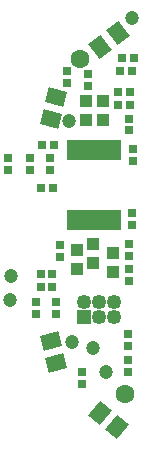
<source format=gts>
G04*
G04 #@! TF.GenerationSoftware,Altium Limited,Altium Designer,18.0.9 (584)*
G04*
G04 Layer_Color=8388736*
%FSLAX44Y44*%
%MOMM*%
G71*
G01*
G75*
G04:AMPARAMS|DCode=24|XSize=1.3032mm|YSize=1.6032mm|CornerRadius=0mm|HoleSize=0mm|Usage=FLASHONLY|Rotation=255.000|XOffset=0mm|YOffset=0mm|HoleType=Round|Shape=Rectangle|*
%AMROTATEDRECTD24*
4,1,4,-0.6056,0.8369,0.9429,0.4219,0.6056,-0.8369,-0.9429,-0.4219,-0.6056,0.8369,0.0*
%
%ADD24ROTATEDRECTD24*%

G04:AMPARAMS|DCode=25|XSize=1.3032mm|YSize=1.6032mm|CornerRadius=0mm|HoleSize=0mm|Usage=FLASHONLY|Rotation=217.000|XOffset=0mm|YOffset=0mm|HoleType=Round|Shape=Rectangle|*
%AMROTATEDRECTD25*
4,1,4,0.0380,1.0323,1.0028,-0.2480,-0.0380,-1.0323,-1.0028,0.2480,0.0380,1.0323,0.0*
%
%ADD25ROTATEDRECTD25*%

G04:AMPARAMS|DCode=26|XSize=1.3032mm|YSize=1.6032mm|CornerRadius=0mm|HoleSize=0mm|Usage=FLASHONLY|Rotation=285.000|XOffset=0mm|YOffset=0mm|HoleType=Round|Shape=Rectangle|*
%AMROTATEDRECTD26*
4,1,4,-0.9429,0.4219,0.6056,0.8369,0.9429,-0.4219,-0.6056,-0.8369,-0.9429,0.4219,0.0*
%
%ADD26ROTATEDRECTD26*%

G04:AMPARAMS|DCode=27|XSize=1.3032mm|YSize=1.6032mm|CornerRadius=0mm|HoleSize=0mm|Usage=FLASHONLY|Rotation=320.000|XOffset=0mm|YOffset=0mm|HoleType=Round|Shape=Rectangle|*
%AMROTATEDRECTD27*
4,1,4,-1.0144,-0.1952,0.0161,1.0329,1.0144,0.1952,-0.0161,-1.0329,-1.0144,-0.1952,0.0*
%
%ADD27ROTATEDRECTD27*%

%ADD28R,0.7032X0.8032*%
%ADD29R,0.8032X0.7032*%
%ADD30R,1.1032X1.1032*%
%ADD31C,1.2032*%
%ADD32C,1.6000*%
%ADD33R,0.6532X1.6532*%
%ADD34C,1.2532*%
%ADD35R,1.2532X1.2532*%
D24*
X50860Y302370D02*
D03*
X45943Y284017D02*
D03*
D25*
X87906Y344755D02*
D03*
X103080Y356190D02*
D03*
D26*
X45940Y95870D02*
D03*
X50858Y77517D02*
D03*
D27*
X102465Y22877D02*
D03*
X87910Y35090D02*
D03*
D28*
X116750Y335250D02*
D03*
X106750D02*
D03*
X115000Y324750D02*
D03*
X105000D02*
D03*
X103250Y306750D02*
D03*
X113250D02*
D03*
X103250Y295500D02*
D03*
X113250D02*
D03*
X37500Y152250D02*
D03*
X47500D02*
D03*
X38750Y261500D02*
D03*
X48750D02*
D03*
X37500Y141500D02*
D03*
X47500D02*
D03*
X37750Y225000D02*
D03*
X47750D02*
D03*
D29*
X112250Y284000D02*
D03*
Y274000D02*
D03*
X10256Y240692D02*
D03*
Y250692D02*
D03*
X45250Y250500D02*
D03*
Y240500D02*
D03*
X28250D02*
D03*
Y250500D02*
D03*
X77500Y321749D02*
D03*
Y311749D02*
D03*
X60000Y324249D02*
D03*
Y314249D02*
D03*
X111500Y91750D02*
D03*
Y101750D02*
D03*
X115750Y248000D02*
D03*
Y258000D02*
D03*
X115158Y203862D02*
D03*
Y193862D02*
D03*
X54000Y166750D02*
D03*
Y176750D02*
D03*
X112000Y167750D02*
D03*
Y177750D02*
D03*
Y146500D02*
D03*
Y156500D02*
D03*
X33500Y118750D02*
D03*
Y128750D02*
D03*
X111348Y69656D02*
D03*
Y79656D02*
D03*
X50500Y118750D02*
D03*
Y128750D02*
D03*
X72750Y59250D02*
D03*
Y69250D02*
D03*
D30*
X82250Y177750D02*
D03*
Y161750D02*
D03*
X76050Y283250D02*
D03*
Y299250D02*
D03*
X68000Y172500D02*
D03*
Y156500D02*
D03*
X99000Y170250D02*
D03*
Y154250D02*
D03*
X90300Y283250D02*
D03*
Y299250D02*
D03*
D31*
X61750Y281750D02*
D03*
X114500Y369499D02*
D03*
X92500Y69250D02*
D03*
X12034Y151030D02*
D03*
X63750Y95250D02*
D03*
X82000Y89500D02*
D03*
X12000Y130750D02*
D03*
D32*
X70750Y334499D02*
D03*
X109250Y50499D02*
D03*
D33*
X102050Y257500D02*
D03*
X95550D02*
D03*
X89050D02*
D03*
X82550D02*
D03*
X76050D02*
D03*
X69550D02*
D03*
X63050D02*
D03*
X102050Y198500D02*
D03*
X95550D02*
D03*
X89050D02*
D03*
X82550D02*
D03*
X76050D02*
D03*
X69550D02*
D03*
X63050D02*
D03*
D34*
X74100Y128570D02*
D03*
X86800D02*
D03*
X99500D02*
D03*
X86800Y115870D02*
D03*
X99500D02*
D03*
D35*
X74100D02*
D03*
M02*

</source>
